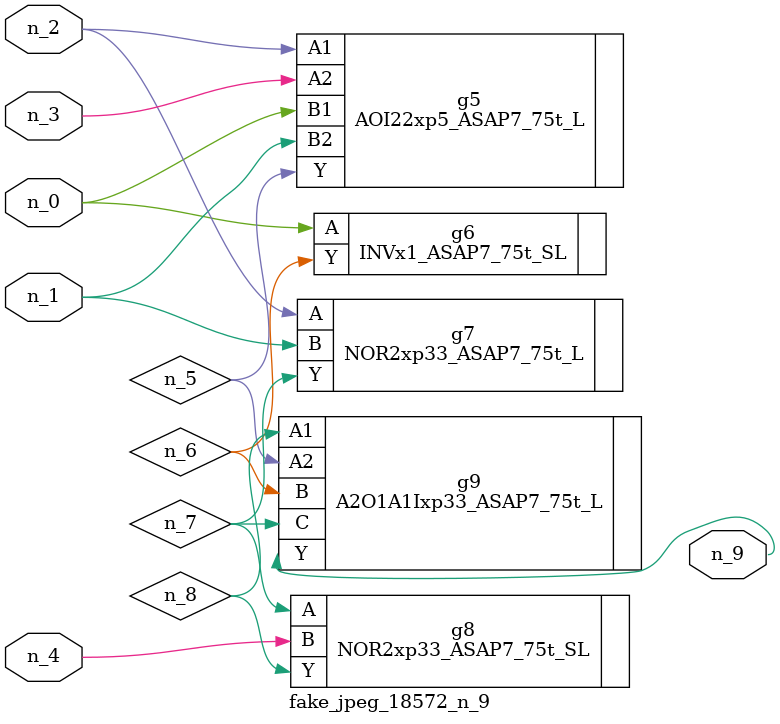
<source format=v>
module fake_jpeg_18572_n_9 (n_3, n_2, n_1, n_0, n_4, n_9);

input n_3;
input n_2;
input n_1;
input n_0;
input n_4;

output n_9;

wire n_8;
wire n_6;
wire n_5;
wire n_7;

AOI22xp5_ASAP7_75t_L g5 ( 
.A1(n_2),
.A2(n_3),
.B1(n_0),
.B2(n_1),
.Y(n_5)
);

INVx1_ASAP7_75t_SL g6 ( 
.A(n_0),
.Y(n_6)
);

NOR2xp33_ASAP7_75t_L g7 ( 
.A(n_2),
.B(n_1),
.Y(n_7)
);

NOR2xp33_ASAP7_75t_SL g8 ( 
.A(n_7),
.B(n_4),
.Y(n_8)
);

A2O1A1Ixp33_ASAP7_75t_L g9 ( 
.A1(n_8),
.A2(n_5),
.B(n_6),
.C(n_7),
.Y(n_9)
);


endmodule
</source>
